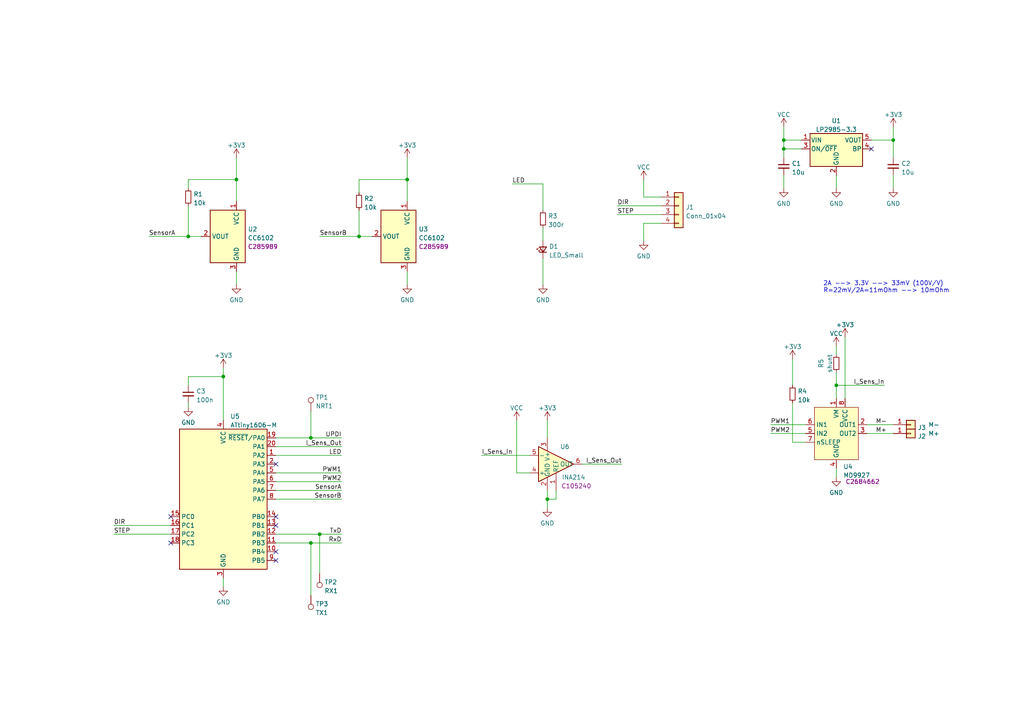
<source format=kicad_sch>
(kicad_sch (version 20211123) (generator eeschema)
  (paper "A4")
  (lib_symbols
    (symbol "Connector:TestPoint" (pin_numbers hide) (pin_names (offset 0.762) hide)
      (property "Reference" "TP" (at 0 6.858 0))
      (property "Value" "TestPoint" (at 0 5.08 0))
      (symbol "TestPoint_0_1"
        (circle (center 0 3.302) (radius 0.762))
      )
      (symbol "TestPoint_1_1"
        (pin passive line (at 0 0 90) (length 2.54) (name "1") (number "1"))
      )
    )
    (symbol "Connector_Generic:Conn_01x01" (pin_names (offset 1.016) hide)
      (property "Reference" "J" (at 0 2.54 0))
      (property "Value" "Conn_01x01" (at 0 -2.54 0))
      (symbol "Conn_01x01_1_1"
        (rectangle (start -1.27 0.127) (end 0 -0.127) (stroke (width 0.1524)))
        (rectangle (start -1.27 1.27) (end 1.27 -1.27) (stroke (width 0.254)) (fill (type background)))
        (pin passive line (at -5.08 0 0) (length 3.81) (name "Pin_1") (number "1"))
      )
    )
    (symbol "Connector_Generic:Conn_01x04" (pin_names (offset 1.016) hide)
      (property "Reference" "J" (at 0 5.08 0))
      (property "Value" "Conn_01x04" (at 0 -7.62 0))
      (symbol "Conn_01x04_1_1"
        (rectangle (start -1.27 -4.953) (end 0 -5.207) (stroke (width 0.1524)))
        (rectangle (start -1.27 -2.413) (end 0 -2.667) (stroke (width 0.1524)))
        (rectangle (start -1.27 0.127) (end 0 -0.127) (stroke (width 0.1524)))
        (rectangle (start -1.27 2.667) (end 0 2.413) (stroke (width 0.1524)))
        (rectangle (start -1.27 3.81) (end 1.27 -6.35) (stroke (width 0.254)) (fill (type background)))
        (pin passive line (at -5.08 2.54 0) (length 3.81) (name "Pin_1") (number "1"))
        (pin passive line (at -5.08 0 0) (length 3.81) (name "Pin_2") (number "2"))
        (pin passive line (at -5.08 -2.54 0) (length 3.81) (name "Pin_3") (number "3"))
        (pin passive line (at -5.08 -5.08 0) (length 3.81) (name "Pin_4") (number "4"))
      )
    )
    (symbol "Device:C_Small" (pin_numbers hide) (pin_names (offset 0.254) hide)
      (property "Reference" "C" (at 0.254 1.778 0))
      (property "Value" "C_Small" (at 0.254 -2.032 0))
      (symbol "C_Small_0_1"
        (polyline (pts (xy -1.524 -0.508) (xy 1.524 -0.508)) (stroke (width 0.3302)))
        (polyline (pts (xy -1.524 0.508) (xy 1.524 0.508)) (stroke (width 0.3048)))
      )
      (symbol "C_Small_1_1"
        (pin passive line (at 0 2.54 270) (length 2.032) (name "~") (number "1"))
        (pin passive line (at 0 -2.54 90) (length 2.032) (name "~") (number "2"))
      )
    )
    (symbol "Device:LED_Small" (pin_numbers hide) (pin_names (offset 0.254) hide)
      (property "Reference" "D" (at -1.27 3.175 0))
      (property "Value" "LED_Small" (at -4.445 -2.54 0))
      (symbol "LED_Small_0_1"
        (polyline (pts (xy -0.762 -1.016) (xy -0.762 1.016)) (stroke (width 0.254)))
        (polyline (pts (xy 1.016 0) (xy -0.762 0)))
        (polyline (pts (xy 0.762 -1.016) (xy -0.762 0) (xy 0.762 1.016) (xy 0.762 -1.016)) (stroke (width 0.254)))
        (polyline (pts (xy 0 0.762) (xy -0.508 1.27) (xy -0.254 1.27) (xy -0.508 1.27) (xy -0.508 1.016)))
        (polyline (pts (xy 0.508 1.27) (xy 0 1.778) (xy 0.254 1.778) (xy 0 1.778) (xy 0 1.524)))
      )
      (symbol "LED_Small_1_1"
        (pin passive line (at -2.54 0 0) (length 1.778) (name "K") (number "1"))
        (pin passive line (at 2.54 0 180) (length 1.778) (name "A") (number "2"))
      )
    )
    (symbol "Device:R_Small" (pin_numbers hide) (pin_names (offset 0.254) hide)
      (property "Reference" "R" (at 0.762 0.508 0))
      (property "Value" "R_Small" (at 0.762 -1.016 0))
      (symbol "R_Small_0_1"
        (rectangle (start -0.762 1.778) (end 0.762 -1.778) (stroke (width 0.2032)))
      )
      (symbol "R_Small_1_1"
        (pin passive line (at 0 2.54 270) (length 0.762) (name "~") (number "1"))
        (pin passive line (at 0 -2.54 90) (length 0.762) (name "~") (number "2"))
      )
    )
    (symbol "Knochi_Analog:INA214" (pin_names (offset 0.127))
      (property "Reference" "U" (at 3.81 3.81 0))
      (property "Value" "INA214" (at 3.81 -3.81 0))
      (symbol "INA214_0_0"
        (pin output line (at 7.62 0 180) (length 2.54) (name "OUT") (number "6"))
      )
      (symbol "INA214_0_1"
        (polyline (pts (xy 5.08 0) (xy -5.08 5.08) (xy -5.08 -5.08) (xy 5.08 0)) (stroke (width 0.254)) (fill (type background)))
      )
      (symbol "INA214_1_1"
        (pin input line (at 0 -7.62 90) (length 5.08) (name "REF") (number "1"))
        (pin power_in line (at -2.54 -7.62 90) (length 3.81) (name "GND") (number "2"))
        (pin input line (at -2.54 7.62 270) (length 3.81) (name "V+") (number "3"))
        (pin input line (at -7.62 -2.54 0) (length 2.54) (name "+") (number "4"))
        (pin power_in line (at -7.62 2.54 0) (length 2.54) (name "-") (number "5"))
      )
    )
    (symbol "Knochi_Analog:MD9927"
      (property "Reference" "U" (at 3.81 -8.89 0))
      (property "Value" "MD9927" (at -6.985 -8.89 0))
      (symbol "MD9927_0_0"
        (pin power_in line (at 0 10.16 270) (length 2.54) (name "VM") (number "1"))
        (pin output line (at 8.89 2.54 180) (length 2.54) (name "OUT1") (number "2"))
        (pin output line (at 8.89 0 180) (length 2.54) (name "OUT2") (number "3"))
        (pin power_in line (at 0 -10.16 90) (length 2.54) (name "GND") (number "4"))
        (pin input line (at -8.89 0 0) (length 2.54) (name "IN2") (number "5"))
        (pin input line (at -8.89 2.54 0) (length 2.54) (name "IN1") (number "6"))
        (pin input line (at -8.89 -2.54 0) (length 2.54) (name "nSLEEP") (number "7"))
        (pin power_in line (at 2.54 10.16 270) (length 2.54) (name "VCC") (number "8"))
        (pin power_in line (at 0 -10.16 90) (length 2.54) hide (name "Pad") (number "9"))
      )
      (symbol "MD9927_0_1"
        (rectangle (start -6.35 7.62) (end 6.35 -7.62) (stroke (width 0.1524)) (fill (type background)))
      )
    )
    (symbol "Knochi_Sensors:CC6102"
      (property "Reference" "U" (at 0 11.43 0))
      (property "Value" "CC6102" (at 0 8.89 0))
      (property "LCSC" "C285989" (at 0 0 0))
      (symbol "CC6102_0_1"
        (rectangle (start -5.08 7.62) (end 5.08 -7.62) (stroke (width 0.254)) (fill (type background)))
      )
      (symbol "CC6102_1_1"
        (pin power_in line (at -2.54 10.16 270) (length 2.54) (name "VCC") (number "1"))
        (pin open_collector line (at 7.62 0 180) (length 2.54) (name "VOUT") (number "2"))
        (pin power_in line (at -2.54 -10.16 90) (length 2.54) (name "GND") (number "3"))
      )
    )
    (symbol "MCU_Microchip_ATtiny:ATtiny1606-M"
      (property "Reference" "U" (at -12.7 21.59 0))
      (property "Value" "ATtiny1606-M" (at 2.54 -21.59 0))
      (symbol "ATtiny1606-M_0_1"
        (rectangle (start -12.7 -20.32) (end 12.7 20.32) (stroke (width 0.254)) (fill (type background)))
      )
      (symbol "ATtiny1606-M_1_1"
        (pin bidirectional line (at 15.24 12.7 180) (length 2.54) (name "PA2") (number "1"))
        (pin bidirectional line (at 15.24 -15.24 180) (length 2.54) (name "PB4") (number "10"))
        (pin bidirectional line (at 15.24 -12.7 180) (length 2.54) (name "PB3") (number "11"))
        (pin bidirectional line (at 15.24 -10.16 180) (length 2.54) (name "PB2") (number "12"))
        (pin bidirectional line (at 15.24 -7.62 180) (length 2.54) (name "PB1") (number "13"))
        (pin bidirectional line (at 15.24 -5.08 180) (length 2.54) (name "PB0") (number "14"))
        (pin bidirectional line (at -15.24 -5.08 0) (length 2.54) (name "PC0") (number "15"))
        (pin bidirectional line (at -15.24 -7.62 0) (length 2.54) (name "PC1") (number "16"))
        (pin bidirectional line (at -15.24 -10.16 0) (length 2.54) (name "PC2") (number "17"))
        (pin bidirectional line (at -15.24 -12.7 0) (length 2.54) (name "PC3") (number "18"))
        (pin bidirectional line (at 15.24 17.78 180) (length 2.54) (name "~{RESET}/PA0") (number "19"))
        (pin bidirectional line (at 15.24 10.16 180) (length 2.54) (name "PA3") (number "2"))
        (pin bidirectional line (at 15.24 15.24 180) (length 2.54) (name "PA1") (number "20"))
        (pin passive line (at 0 -22.86 90) (length 2.54) hide (name "GND") (number "21"))
        (pin power_in line (at 0 -22.86 90) (length 2.54) (name "GND") (number "3"))
        (pin power_in line (at 0 22.86 270) (length 2.54) (name "VCC") (number "4"))
        (pin bidirectional line (at 15.24 7.62 180) (length 2.54) (name "PA4") (number "5"))
        (pin bidirectional line (at 15.24 5.08 180) (length 2.54) (name "PA5") (number "6"))
        (pin bidirectional line (at 15.24 2.54 180) (length 2.54) (name "PA6") (number "7"))
        (pin bidirectional line (at 15.24 0 180) (length 2.54) (name "PA7") (number "8"))
        (pin bidirectional line (at 15.24 -17.78 180) (length 2.54) (name "PB5") (number "9"))
      )
    )
    (symbol "Regulator_Linear:LP2985-3.3" (pin_names (offset 0.254))
      (property "Reference" "U" (at -6.35 5.715 0))
      (property "Value" "LP2985-3.3" (at 0 5.715 0))
      (symbol "LP2985-3.3_0_1"
        (rectangle (start -7.62 -5.08) (end 7.62 4.445) (stroke (width 0.254)) (fill (type background)))
      )
      (symbol "LP2985-3.3_1_1"
        (pin power_in line (at -10.16 2.54 0) (length 2.54) (name "VIN") (number "1"))
        (pin power_in line (at 0 -7.62 90) (length 2.54) (name "GND") (number "2"))
        (pin input line (at -10.16 0 0) (length 2.54) (name "ON/~{OFF}") (number "3"))
        (pin input line (at 10.16 0 180) (length 2.54) (name "BP") (number "4"))
        (pin power_out line (at 10.16 2.54 180) (length 2.54) (name "VOUT") (number "5"))
      )
    )
    (symbol "power:+3V3" (power) (pin_names (offset 0))
      (property "Value" "+3V3" (at 0 3.556 0))
      (symbol "+3V3_0_1"
        (polyline (pts (xy -0.762 1.27) (xy 0 2.54)))
        (polyline (pts (xy 0 0) (xy 0 2.54)))
        (polyline (pts (xy 0 2.54) (xy 0.762 1.27)))
      )
      (symbol "+3V3_1_1"
        (pin power_in line (at 0 0 90) (length 0) hide (name "+3V3") (number "1"))
      )
    )
    (symbol "power:GND" (power) (pin_names (offset 0))
      (property "Value" "GND" (at 0 -3.81 0))
      (symbol "GND_0_1"
        (polyline (pts (xy 0 0) (xy 0 -1.27) (xy 1.27 -1.27) (xy 0 -2.54) (xy -1.27 -1.27) (xy 0 -1.27)))
      )
      (symbol "GND_1_1"
        (pin power_in line (at 0 0 270) (length 0) hide (name "GND") (number "1"))
      )
    )
    (symbol "power:VCC" (power) (pin_names (offset 0))
      (property "Value" "VCC" (at 0 3.81 0))
      (symbol "VCC_0_1"
        (polyline (pts (xy -0.762 1.27) (xy 0 2.54)))
        (polyline (pts (xy 0 0) (xy 0 2.54)))
        (polyline (pts (xy 0 2.54) (xy 0.762 1.27)))
      )
      (symbol "VCC_1_1"
        (pin power_in line (at 0 0 90) (length 0) hide (name "VCC") (number "1"))
      )
    )
  )
  (junction (at 92.71 154.94))
  (junction (at 90.17 157.48))
  (junction (at 64.77 109.22))
  (junction (at 104.14 68.58))
  (junction (at 90.17 127))
  (junction (at 227.33 40.64))
  (junction (at 242.57 111.76))
  (junction (at 68.58 52.07))
  (junction (at 158.75 144.78))
  (junction (at 227.33 43.18))
  (junction (at 54.61 68.58))
  (junction (at 259.08 40.64))
  (junction (at 118.11 52.07))
  (no_connect (at 80.01 149.86))
  (no_connect (at 80.01 134.62))
  (no_connect (at 80.01 152.4))
  (no_connect (at 49.53 157.48))
  (no_connect (at 49.53 149.86))
  (no_connect (at 80.01 160.02))
  (no_connect (at 80.01 162.56))
  (no_connect (at 252.73 43.18))
  (wire (pts (xy 92.71 154.94) (xy 99.06 154.94)))
  (wire (pts (xy 64.77 109.22) (xy 54.61 109.22)))
  (wire (pts (xy 179.07 62.23) (xy 191.77 62.23)))
  (wire (pts (xy 64.77 109.22) (xy 64.77 121.92)))
  (wire (pts (xy 80.01 127) (xy 90.17 127)))
  (wire (pts (xy 80.01 142.24) (xy 99.06 142.24)))
  (wire (pts (xy 54.61 116.84) (xy 54.61 118.11)))
  (wire (pts (xy 242.57 50.8) (xy 242.57 54.61)))
  (wire (pts (xy 149.86 121.92) (xy 149.86 137.16)))
  (wire (pts (xy 186.69 69.85) (xy 186.69 64.77)))
  (wire (pts (xy 80.01 144.78) (xy 99.06 144.78)))
  (wire (pts (xy 229.87 128.27) (xy 233.68 128.27)))
  (wire (pts (xy 242.57 135.89) (xy 242.57 138.43)))
  (wire (pts (xy 229.87 116.84) (xy 229.87 128.27)))
  (wire (pts (xy 158.75 144.78) (xy 158.75 147.32)))
  (wire (pts (xy 43.18 68.58) (xy 54.61 68.58)))
  (wire (pts (xy 139.7 132.08) (xy 153.67 132.08)))
  (wire (pts (xy 80.01 157.48) (xy 90.17 157.48)))
  (wire (pts (xy 80.01 132.08) (xy 99.06 132.08)))
  (wire (pts (xy 251.46 123.19) (xy 259.08 123.19)))
  (wire (pts (xy 118.11 52.07) (xy 118.11 58.42)))
  (wire (pts (xy 68.58 52.07) (xy 68.58 58.42)))
  (wire (pts (xy 259.08 40.64) (xy 252.73 40.64)))
  (wire (pts (xy 80.01 154.94) (xy 92.71 154.94)))
  (wire (pts (xy 186.69 57.15) (xy 191.77 57.15)))
  (wire (pts (xy 104.14 55.88) (xy 104.14 52.07)))
  (wire (pts (xy 186.69 52.07) (xy 186.69 57.15)))
  (wire (pts (xy 161.29 144.78) (xy 158.75 144.78)))
  (wire (pts (xy 223.52 125.73) (xy 233.68 125.73)))
  (wire (pts (xy 168.91 134.62) (xy 180.34 134.62)))
  (wire (pts (xy 227.33 50.8) (xy 227.33 54.61)))
  (wire (pts (xy 157.48 74.93) (xy 157.48 82.55)))
  (wire (pts (xy 149.86 137.16) (xy 153.67 137.16)))
  (wire (pts (xy 227.33 40.64) (xy 227.33 43.18)))
  (wire (pts (xy 179.07 59.69) (xy 191.77 59.69)))
  (wire (pts (xy 54.61 52.07) (xy 68.58 52.07)))
  (wire (pts (xy 242.57 111.76) (xy 242.57 115.57)))
  (wire (pts (xy 251.46 125.73) (xy 259.08 125.73)))
  (wire (pts (xy 68.58 78.74) (xy 68.58 82.55)))
  (wire (pts (xy 68.58 45.72) (xy 68.58 52.07)))
  (wire (pts (xy 158.75 121.92) (xy 158.75 127)))
  (wire (pts (xy 80.01 139.7) (xy 99.06 139.7)))
  (wire (pts (xy 54.61 109.22) (xy 54.61 111.76)))
  (wire (pts (xy 158.75 142.24) (xy 158.75 144.78)))
  (wire (pts (xy 227.33 36.83) (xy 227.33 40.64)))
  (wire (pts (xy 104.14 68.58) (xy 107.95 68.58)))
  (wire (pts (xy 242.57 100.33) (xy 242.57 102.87)))
  (wire (pts (xy 242.57 111.76) (xy 256.54 111.76)))
  (wire (pts (xy 157.48 60.96) (xy 157.48 53.34)))
  (wire (pts (xy 227.33 40.64) (xy 232.41 40.64)))
  (wire (pts (xy 227.33 43.18) (xy 232.41 43.18)))
  (wire (pts (xy 90.17 127) (xy 99.06 127)))
  (wire (pts (xy 242.57 107.95) (xy 242.57 111.76)))
  (wire (pts (xy 104.14 52.07) (xy 118.11 52.07)))
  (wire (pts (xy 80.01 129.54) (xy 99.06 129.54)))
  (wire (pts (xy 90.17 157.48) (xy 90.17 172.72)))
  (wire (pts (xy 104.14 60.96) (xy 104.14 68.58)))
  (wire (pts (xy 259.08 50.8) (xy 259.08 54.61)))
  (wire (pts (xy 80.01 137.16) (xy 99.06 137.16)))
  (wire (pts (xy 229.87 104.14) (xy 229.87 111.76)))
  (wire (pts (xy 186.69 64.77) (xy 191.77 64.77)))
  (wire (pts (xy 157.48 66.04) (xy 157.48 69.85)))
  (wire (pts (xy 259.08 40.64) (xy 259.08 45.72)))
  (wire (pts (xy 259.08 36.83) (xy 259.08 40.64)))
  (wire (pts (xy 118.11 45.72) (xy 118.11 52.07)))
  (wire (pts (xy 90.17 157.48) (xy 99.06 157.48)))
  (wire (pts (xy 227.33 43.18) (xy 227.33 45.72)))
  (wire (pts (xy 54.61 54.61) (xy 54.61 52.07)))
  (wire (pts (xy 33.02 152.4) (xy 49.53 152.4)))
  (wire (pts (xy 90.17 119.38) (xy 90.17 127)))
  (wire (pts (xy 118.11 78.74) (xy 118.11 82.55)))
  (wire (pts (xy 245.11 97.79) (xy 245.11 115.57)))
  (wire (pts (xy 92.71 154.94) (xy 92.71 166.37)))
  (wire (pts (xy 64.77 167.64) (xy 64.77 170.18)))
  (wire (pts (xy 161.29 142.24) (xy 161.29 144.78)))
  (wire (pts (xy 54.61 68.58) (xy 58.42 68.58)))
  (wire (pts (xy 54.61 59.69) (xy 54.61 68.58)))
  (wire (pts (xy 33.02 154.94) (xy 49.53 154.94)))
  (wire (pts (xy 148.59 53.34) (xy 157.48 53.34)))
  (wire (pts (xy 92.71 68.58) (xy 104.14 68.58)))
  (wire (pts (xy 64.77 106.68) (xy 64.77 109.22)))
  (wire (pts (xy 223.52 123.19) (xy 233.68 123.19)))
  (text "2A --> 3.3V --> 33mV (100V/V)\nR=22mV/2A=11mOhm --> 10mOhm\n" (at 238.76 85.09 0) (effects (font (size 1.27 1.27)) (justify left bottom)))
  (label "PWM2" (at 99.06 139.7 180))
  (label "SensorA" (at 43.18 68.58 0))
  (label "DIR" (at 179.07 59.69 0))
  (label "I_Sens_In" (at 139.7 132.08 0))
  (label "PWM2" (at 223.52 125.73 0))
  (label "LED" (at 99.06 132.08 180))
  (label "SensorB" (at 99.06 144.78 180))
  (label "UPDI" (at 99.06 127 180))
  (label "SensorB" (at 92.71 68.58 0))
  (label "TxD" (at 99.06 154.94 180))
  (label "DIR" (at 33.02 152.4 0))
  (label "STEP" (at 179.07 62.23 0))
  (label "PWM1" (at 99.06 137.16 180))
  (label "STEP" (at 33.02 154.94 0))
  (label "I_Sens_In" (at 256.54 111.76 180))
  (label "RxD" (at 99.06 157.48 180))
  (label "I_Sens_Out" (at 99.06 129.54 180))
  (label "SensorA" (at 99.06 142.24 180))
  (label "PWM1" (at 223.52 123.19 0))
  (label "M-" (at 254 123.19 0))
  (label "M+" (at 254 125.73 0))
  (label "I_Sens_Out" (at 180.34 134.62 180))
  (label "LED" (at 148.59 53.34 0))
  (symbol (lib_id "Regulator_Linear:LP2985-3.3") (at 242.57 43.18 0) (unit 1)
    (property "Reference" "U1" (at 242.57 35.0352 0))
    (property "Value" "LP2985-3.3" (at 242.57 37.5721 0))
    (property "Footprint" "Package_TO_SOT_SMD:SOT-23-5" (effects hide))
    (property "Datasheet" "http://www.ti.com/lit/ds/symlink/lp2985.pdf" (effects hide))
  )
  (symbol (lib_id "Knochi_Sensors:CC6102") (at 115.57 68.58 0) (mirror y) (unit 1)
    (property "Reference" "U3" (at 121.412 66.4769 0) (effects (justify right)))
    (property "Value" "CC6102" (at 121.412 69.0138 0) (effects (justify right)))
    (property "Footprint" "Package_TO_SOT_SMD:TSOT-23" (effects hide))
    (property "Datasheet" "https://datasheet.lcsc.com/lcsc/1811061532_Cross-chip-CC6102ST_C285989.pdf" (effects hide))
    (property "LCSC" "C285989" (at 121.412 71.5507 0) (effects (justify right)))
  )
  (symbol (lib_id "power:GND") (at 227.33 54.61 0) (unit 1)
    (property "Reference" "#PWR0119" (effects hide))
    (property "Value" "GND" (at 227.33 59.0534 0))
  )
  (symbol (lib_id "Device:C_Small") (at 227.33 48.26 0) (unit 1)
    (property "Reference" "C1" (at 229.6541 47.4316 0) (effects (justify left)))
    (property "Value" "10u" (at 229.6541 49.9685 0) (effects (justify left)))
    (property "Footprint" "Capacitor_SMD:C_0402_1005Metric" (effects hide))
    (property "LCSC" "C15525" (effects hide))
  )
  (symbol (lib_id "Device:R_Small") (at 229.87 114.3 0) (unit 1)
    (property "Reference" "R4" (at 231.3686 113.4653 0) (effects (justify left)))
    (property "Value" "10k" (at 231.3686 116.0022 0) (effects (justify left)))
    (property "Footprint" "Resistor_SMD:R_0402_1005Metric" (effects hide))
    (property "LCSC" "C25102" (effects hide))
    (property "MPN" "0402WGF3000TCE" (effects hide))
  )
  (symbol (lib_id "power:GND") (at 242.57 138.43 0) (unit 1)
    (property "Reference" "#PWR0111" (effects hide))
    (property "Value" "GND" (at 242.57 142.8734 0))
  )
  (symbol (lib_id "power:GND") (at 157.48 82.55 0) (unit 1)
    (property "Reference" "#PWR0105" (effects hide))
    (property "Value" "GND" (at 157.48 86.9934 0))
  )
  (symbol (lib_id "power:GND") (at 118.11 82.55 0) (unit 1)
    (property "Reference" "#PWR0103" (effects hide))
    (property "Value" "GND" (at 118.11 86.9934 0))
  )
  (symbol (lib_id "power:+3V3") (at 64.77 106.68 0) (unit 1)
    (property "Reference" "#PWR0112" (effects hide))
    (property "Value" "+3V3" (at 64.77 103.1042 0))
  )
  (symbol (lib_id "power:GND") (at 68.58 82.55 0) (unit 1)
    (property "Reference" "#PWR0102" (effects hide))
    (property "Value" "GND" (at 68.58 86.9934 0))
  )
  (symbol (lib_id "power:+3V3") (at 118.11 45.72 0) (unit 1)
    (property "Reference" "#PWR0101" (effects hide))
    (property "Value" "+3V3" (at 118.11 42.1442 0))
  )
  (symbol (lib_id "Connector_Generic:Conn_01x01") (at 264.16 123.19 0) (mirror x) (unit 1)
    (property "Reference" "J3" (at 266.192 124.0247 0) (effects (justify left)))
    (property "Value" "M-" (at 269.24 123.19 0) (effects (justify left)))
    (property "Footprint" "TestPoint:TestPoint_Plated_Hole_D3.0mm" (effects hide))
  )
  (symbol (lib_id "power:VCC") (at 242.57 100.33 0) (unit 1)
    (property "Reference" "#PWR0109" (effects hide))
    (property "Value" "VCC" (at 242.57 96.7542 0))
  )
  (symbol (lib_id "power:+3V3") (at 229.87 104.14 0) (unit 1)
    (property "Reference" "#PWR0110" (effects hide))
    (property "Value" "+3V3" (at 229.87 100.5642 0))
  )
  (symbol (lib_id "Knochi_Analog:INA214") (at 161.29 134.62 0) (unit 1)
    (property "Reference" "U6" (at 163.83 129.54 0))
    (property "Value" "INA214" (at 166.37 138.43 0))
    (property "Footprint" "Package_TO_SOT_SMD:SOT-363_SC-70-6" (effects hide))
    (property "Datasheet" "https://www.ti.com/lit/gpn/ina214" (effects hide))
    (property "JLCPCB" "C105240 " (at 167.64 140.97 0))
  )
  (symbol (lib_id "Device:C_Small") (at 54.61 114.3 0) (unit 1)
    (property "Reference" "C3" (at 56.9341 113.4716 0) (effects (justify left)))
    (property "Value" "100n" (at 56.9341 116.0085 0) (effects (justify left)))
    (property "Footprint" "Capacitor_SMD:C_0402_1005Metric" (effects hide))
  )
  (symbol (lib_id "power:+3V3") (at 158.75 121.92 0) (unit 1)
    (property "Reference" "#PWR0121" (effects hide))
    (property "Value" "+3V3" (at 158.75 118.3442 0))
  )
  (symbol (lib_id "power:+3V3") (at 68.58 45.72 0) (unit 1)
    (property "Reference" "#PWR0104" (effects hide))
    (property "Value" "+3V3" (at 68.58 42.1442 0))
  )
  (symbol (lib_id "MCU_Microchip_ATtiny:ATtiny1606-M") (at 64.77 144.78 0) (unit 1)
    (property "Reference" "U5" (at 66.7894 120.7602 0) (effects (justify left)))
    (property "Value" "ATtiny1606-M" (at 66.7894 123.2971 0) (effects (justify left)))
    (property "Footprint" "Package_DFN_QFN:VQFN-20-1EP_3x3mm_P0.4mm_EP1.7x1.7mm" (effects hide))
    (property "Datasheet" "http://ww1.microchip.com/downloads/en/DeviceDoc/ATtiny806_1606_Data_Sheet_40002029A.pdf" (effects hide))
  )
  (symbol (lib_id "power:VCC") (at 186.69 52.07 0) (unit 1)
    (property "Reference" "#PWR0106" (effects hide))
    (property "Value" "VCC" (at 186.69 48.4942 0))
  )
  (symbol (lib_id "Connector:TestPoint") (at 92.71 166.37 180) (unit 1)
    (property "Reference" "TP2" (at 94.107 168.8373 0) (effects (justify right)))
    (property "Value" "RX1" (at 94.107 171.3742 0) (effects (justify right)))
    (property "Footprint" "TestPoint:TestPoint_Pad_D1.5mm" (effects hide))
  )
  (symbol (lib_id "Connector_Generic:Conn_01x04") (at 196.85 59.69 0) (unit 1)
    (property "Reference" "J1" (at 198.882 60.1253 0) (effects (justify left)))
    (property "Value" "Conn_01x04" (at 198.882 62.6622 0) (effects (justify left)))
    (property "Footprint" "Connector_PinHeader_2.54mm:PinHeader_1x04_P2.54mm_Horizontal" (effects hide))
  )
  (symbol (lib_id "Knochi_Analog:MD9927") (at 242.57 125.73 0) (unit 1)
    (property "Reference" "U4" (at 244.5894 135.3296 0) (effects (justify left)))
    (property "Value" "MD9927" (at 244.5894 137.8665 0) (effects (justify left)))
    (property "Footprint" "Package_DFN_QFN:DFN-8-1EP_2x2mm_P0.5mm_EP0.9x1.6mm" (effects hide))
    (property "Datasheet" "https://datasheet.lcsc.com/lcsc/2101111937_Shanghai-Mingda-Microelectronics-MD9927_C2684662.pdf" (effects hide))
    (property "LCSC" "C2684662" (at 250.19 139.7 0))
  )
  (symbol (lib_id "Device:R_Small") (at 54.61 57.15 0) (unit 1)
    (property "Reference" "R1" (at 56.1086 56.3153 0) (effects (justify left)))
    (property "Value" "10k" (at 56.1086 58.8522 0) (effects (justify left)))
    (property "Footprint" "Resistor_SMD:R_0402_1005Metric" (effects hide))
    (property "LCSC" "C25102" (effects hide))
    (property "MPN" "0402WGF3000TCE" (effects hide))
  )
  (symbol (lib_id "power:GND") (at 242.57 54.61 0) (unit 1)
    (property "Reference" "#PWR0118" (effects hide))
    (property "Value" "GND" (at 242.57 59.0534 0))
  )
  (symbol (lib_id "power:GND") (at 158.75 147.32 0) (unit 1)
    (property "Reference" "#PWR0120" (effects hide))
    (property "Value" "GND" (at 158.75 151.7634 0))
  )
  (symbol (lib_id "power:GND") (at 259.08 54.61 0) (unit 1)
    (property "Reference" "#PWR0117" (effects hide))
    (property "Value" "GND" (at 259.08 59.0534 0))
  )
  (symbol (lib_id "power:GND") (at 64.77 170.18 0) (unit 1)
    (property "Reference" "#PWR0114" (effects hide))
    (property "Value" "GND" (at 64.77 174.6234 0))
  )
  (symbol (lib_id "power:GND") (at 186.69 69.85 0) (unit 1)
    (property "Reference" "#PWR0107" (effects hide))
    (property "Value" "GND" (at 186.69 74.2934 0))
  )
  (symbol (lib_id "Knochi_Sensors:CC6102") (at 66.04 68.58 0) (mirror y) (unit 1)
    (property "Reference" "U2" (at 71.882 66.4769 0) (effects (justify right)))
    (property "Value" "CC6102" (at 71.882 69.0138 0) (effects (justify right)))
    (property "Footprint" "Package_TO_SOT_SMD:TSOT-23" (effects hide))
    (property "Datasheet" "https://datasheet.lcsc.com/lcsc/1811061532_Cross-chip-CC6102ST_C285989.pdf" (effects hide))
    (property "LCSC" "C285989" (at 71.882 71.5507 0) (effects (justify right)))
  )
  (symbol (lib_id "power:+3V3") (at 259.08 36.83 0) (unit 1)
    (property "Reference" "#PWR0115" (effects hide))
    (property "Value" "+3V3" (at 259.08 33.2542 0))
  )
  (symbol (lib_id "Device:R_Small") (at 242.57 105.41 0) (mirror y) (unit 1)
    (property "Reference" "R5" (at 238.1336 105.41 90))
    (property "Value" "shunt" (at 240.6705 105.41 90))
    (property "Footprint" "Resistor_SMD:R_0603_1608Metric" (effects hide))
    (property "JLCPCB" "C158899" (effects hide))
    (property "MPN" "RTT03R010FTP" (effects hide))
  )
  (symbol (lib_id "Device:LED_Small") (at 157.48 72.39 90) (unit 1)
    (property "Reference" "D1" (at 159.258 71.4918 90) (effects (justify right)))
    (property "Value" "LED_Small" (at 159.258 74.0287 90) (effects (justify right)))
    (property "Footprint" "LED_SMD:LED_0402_1005Metric" (effects hide))
  )
  (symbol (lib_id "power:VCC") (at 149.86 121.92 0) (unit 1)
    (property "Reference" "#PWR0122" (effects hide))
    (property "Value" "VCC" (at 149.86 118.3442 0))
  )
  (symbol (lib_id "Device:R_Small") (at 157.48 63.5 0) (unit 1)
    (property "Reference" "R3" (at 158.9786 62.6653 0) (effects (justify left)))
    (property "Value" "300r" (at 158.9786 65.2022 0) (effects (justify left)))
    (property "Footprint" "Resistor_SMD:R_0402_1005Metric" (effects hide))
  )
  (symbol (lib_id "Device:C_Small") (at 259.08 48.26 0) (unit 1)
    (property "Reference" "C2" (at 261.4041 47.4316 0) (effects (justify left)))
    (property "Value" "10u" (at 261.4041 49.9685 0) (effects (justify left)))
    (property "Footprint" "Capacitor_SMD:C_0402_1005Metric" (effects hide))
    (property "LCSC" "C15525" (effects hide))
  )
  (symbol (lib_id "Connector:TestPoint") (at 90.17 172.72 180) (unit 1)
    (property "Reference" "TP3" (at 91.567 175.1873 0) (effects (justify right)))
    (property "Value" "TX1" (at 91.567 177.7242 0) (effects (justify right)))
    (property "Footprint" "TestPoint:TestPoint_Pad_D1.5mm" (effects hide))
  )
  (symbol (lib_id "Connector:TestPoint") (at 90.17 119.38 0) (unit 1)
    (property "Reference" "TP1" (at 91.567 115.2433 0) (effects (justify left)))
    (property "Value" "NRT1" (at 91.567 117.7802 0) (effects (justify left)))
    (property "Footprint" "TestPoint:TestPoint_Pad_D1.5mm" (effects hide))
  )
  (symbol (lib_id "Connector_Generic:Conn_01x01") (at 264.16 125.73 0) (mirror x) (unit 1)
    (property "Reference" "J2" (at 266.192 126.5647 0) (effects (justify left)))
    (property "Value" "M+" (at 269.24 125.73 0) (effects (justify left)))
    (property "Footprint" "TestPoint:TestPoint_Plated_Hole_D3.0mm" (effects hide))
  )
  (symbol (lib_id "power:+3V3") (at 245.11 97.79 0) (unit 1)
    (property "Reference" "#PWR0108" (effects hide))
    (property "Value" "+3V3" (at 245.11 94.2142 0))
  )
  (symbol (lib_id "power:GND") (at 54.61 118.11 0) (unit 1)
    (property "Reference" "#PWR0113" (effects hide))
    (property "Value" "GND" (at 54.61 122.5534 0))
  )
  (symbol (lib_id "Device:R_Small") (at 104.14 58.42 0) (unit 1)
    (property "Reference" "R2" (at 105.6386 57.5853 0) (effects (justify left)))
    (property "Value" "10k" (at 105.6386 60.1222 0) (effects (justify left)))
    (property "Footprint" "Resistor_SMD:R_0402_1005Metric" (effects hide))
    (property "LCSC" "C25102" (effects hide))
    (property "MPN" "0402WGF3000TCE" (effects hide))
  )
  (symbol (lib_id "power:VCC") (at 227.33 36.83 0) (unit 1)
    (property "Reference" "#PWR0116" (effects hide))
    (property "Value" "VCC" (at 227.33 33.2542 0))
  )
)
</source>
